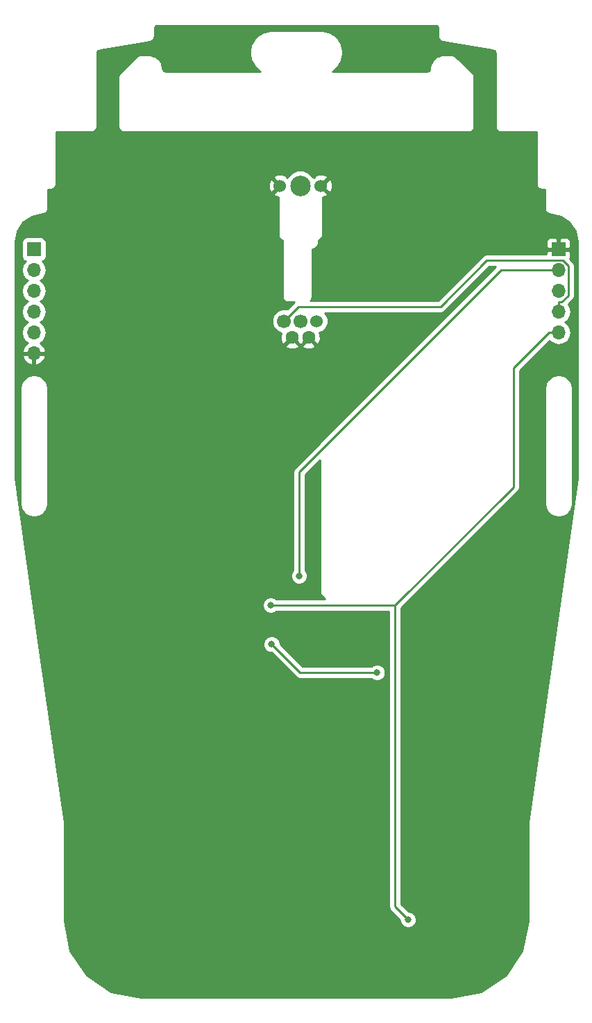
<source format=gbr>
G04 #@! TF.GenerationSoftware,KiCad,Pcbnew,(2017-07-14 revision d3b382c28)-master*
G04 #@! TF.CreationDate,2017-07-20T02:25:39-04:00*
G04 #@! TF.ProjectId,MAGLabs-2017-Swadges,4D41474C6162732D323031372D537761,rev?*
G04 #@! TF.SameCoordinates,Original
G04 #@! TF.FileFunction,Copper,L2,Bot,Signal*
G04 #@! TF.FilePolarity,Positive*
%FSLAX46Y46*%
G04 Gerber Fmt 4.6, Leading zero omitted, Abs format (unit mm)*
G04 Created by KiCad (PCBNEW (2017-07-14 revision d3b382c28)-master) date Thu Jul 20 02:25:39 2017*
%MOMM*%
%LPD*%
G01*
G04 APERTURE LIST*
%ADD10C,1.700000*%
%ADD11C,1.524000*%
%ADD12C,2.500000*%
%ADD13C,1.600000*%
%ADD14O,1.700000X1.700000*%
%ADD15R,1.700000X1.700000*%
%ADD16C,0.800000*%
%ADD17C,0.250000*%
%ADD18C,0.254000*%
G04 APERTURE END LIST*
D10*
X134500000Y-71750000D03*
X136500000Y-71750000D03*
D11*
X138500000Y-71750000D03*
X139000000Y-55250000D03*
X134000000Y-55250000D03*
D12*
X136500000Y-55250000D03*
D13*
X135500000Y-73750000D03*
X137500000Y-73750000D03*
D14*
X104000000Y-75700000D03*
X104000000Y-73160000D03*
X104000000Y-70620000D03*
X104000000Y-68080000D03*
X104000000Y-65540000D03*
D15*
X104000000Y-63000000D03*
D14*
X168000000Y-73160000D03*
X168000000Y-70620000D03*
X168000000Y-68080000D03*
X168000000Y-65540000D03*
D15*
X168000000Y-63000000D03*
D16*
X133000000Y-111174000D03*
X145852600Y-114634900D03*
X136346400Y-102836200D03*
X132878100Y-106414900D03*
X149650000Y-144783700D03*
D17*
X168367400Y-69444700D02*
X168000000Y-69444700D01*
X169175300Y-68636800D02*
X168367400Y-69444700D01*
X169175300Y-65028700D02*
X169175300Y-68636800D01*
X168511200Y-64364600D02*
X169175300Y-65028700D01*
X159246900Y-64364600D02*
X168511200Y-64364600D01*
X153587500Y-70024000D02*
X159246900Y-64364600D01*
X136226000Y-70024000D02*
X153587500Y-70024000D01*
X134500000Y-71750000D02*
X136226000Y-70024000D01*
X168000000Y-70620000D02*
X168000000Y-69444700D01*
X136460900Y-114634900D02*
X145852600Y-114634900D01*
X133000000Y-111174000D02*
X136460900Y-114634900D01*
X136346400Y-90181500D02*
X136346400Y-102836200D01*
X160987900Y-65540000D02*
X136346400Y-90181500D01*
X168000000Y-65540000D02*
X160987900Y-65540000D01*
X168000000Y-73160000D02*
X166824700Y-73160000D01*
X148059100Y-143192800D02*
X149650000Y-144783700D01*
X148059100Y-106414900D02*
X148059100Y-143192800D01*
X132878100Y-106414900D02*
X148059100Y-106414900D01*
X162485300Y-77499400D02*
X166824700Y-73160000D01*
X162485300Y-91988700D02*
X162485300Y-77499400D01*
X148059100Y-106414900D02*
X162485300Y-91988700D01*
D18*
G36*
X153105655Y-35744926D02*
X153195225Y-35804774D01*
X153255074Y-35894345D01*
X153290000Y-36069930D01*
X153290000Y-37000000D01*
X153305780Y-37079329D01*
X153308303Y-37160170D01*
X153332547Y-37213895D01*
X153344046Y-37271705D01*
X153388980Y-37338955D01*
X153422249Y-37412679D01*
X153465207Y-37453036D01*
X153497954Y-37502046D01*
X153565208Y-37546983D01*
X153624154Y-37602361D01*
X153679286Y-37623207D01*
X153728295Y-37655954D01*
X153807621Y-37671733D01*
X153883277Y-37700340D01*
X159872352Y-38698519D01*
X160105655Y-38744926D01*
X160195225Y-38804774D01*
X160255074Y-38894345D01*
X160290000Y-39069930D01*
X160290000Y-48000000D01*
X160344046Y-48271705D01*
X160497954Y-48502046D01*
X160728295Y-48655954D01*
X161000000Y-48710000D01*
X165290000Y-48710000D01*
X165290000Y-55000000D01*
X165344046Y-55271705D01*
X165497954Y-55502046D01*
X165728295Y-55655954D01*
X166000000Y-55710000D01*
X166290000Y-55710000D01*
X166290000Y-58000000D01*
X166303643Y-58068586D01*
X166303643Y-58138514D01*
X166330404Y-58203120D01*
X166344046Y-58271705D01*
X166382894Y-58329846D01*
X166409656Y-58394455D01*
X166459104Y-58443903D01*
X166497954Y-58502046D01*
X166556098Y-58540897D01*
X166605545Y-58590343D01*
X166670152Y-58617104D01*
X166728295Y-58655954D01*
X166796877Y-58669596D01*
X166861486Y-58696358D01*
X168253707Y-58973288D01*
X169316546Y-59683454D01*
X170026712Y-60746295D01*
X170290000Y-62069931D01*
X170290000Y-90949543D01*
X164297136Y-132899591D01*
X164299897Y-132950245D01*
X164290000Y-133000000D01*
X164290000Y-144930069D01*
X163569989Y-148549807D01*
X161559187Y-151559186D01*
X158549805Y-153569990D01*
X154930069Y-154290000D01*
X117069931Y-154290000D01*
X113450193Y-153569989D01*
X110440814Y-151559187D01*
X108430010Y-148549805D01*
X107710000Y-144930069D01*
X107710000Y-133000000D01*
X107700103Y-132950245D01*
X107702864Y-132899591D01*
X104628491Y-111378971D01*
X131964821Y-111378971D01*
X132122058Y-111759515D01*
X132412954Y-112050919D01*
X132793223Y-112208820D01*
X132960164Y-112208966D01*
X135923499Y-115172301D01*
X136170061Y-115337048D01*
X136460900Y-115394900D01*
X145148839Y-115394900D01*
X145265554Y-115511819D01*
X145645823Y-115669720D01*
X146057571Y-115670079D01*
X146438115Y-115512842D01*
X146729519Y-115221946D01*
X146887420Y-114841677D01*
X146887779Y-114429929D01*
X146730542Y-114049385D01*
X146439646Y-113757981D01*
X146059377Y-113600080D01*
X145647629Y-113599721D01*
X145267085Y-113756958D01*
X145148937Y-113874900D01*
X136775702Y-113874900D01*
X134035035Y-111134233D01*
X134035179Y-110969029D01*
X133877942Y-110588485D01*
X133587046Y-110297081D01*
X133206777Y-110139180D01*
X132795029Y-110138821D01*
X132414485Y-110296058D01*
X132123081Y-110586954D01*
X131965180Y-110967223D01*
X131964821Y-111378971D01*
X104628491Y-111378971D01*
X103948619Y-106619871D01*
X131842921Y-106619871D01*
X132000158Y-107000415D01*
X132291054Y-107291819D01*
X132671323Y-107449720D01*
X133083071Y-107450079D01*
X133463615Y-107292842D01*
X133581763Y-107174900D01*
X147299100Y-107174900D01*
X147299100Y-143192800D01*
X147356952Y-143483639D01*
X147521699Y-143730201D01*
X148614965Y-144823467D01*
X148614821Y-144988671D01*
X148772058Y-145369215D01*
X149062954Y-145660619D01*
X149443223Y-145818520D01*
X149854971Y-145818879D01*
X150235515Y-145661642D01*
X150526919Y-145370746D01*
X150684820Y-144990477D01*
X150685179Y-144578729D01*
X150527942Y-144198185D01*
X150237046Y-143906781D01*
X149856777Y-143748880D01*
X149689836Y-143748734D01*
X148819100Y-142877998D01*
X148819100Y-106729702D01*
X163022701Y-92526101D01*
X163187448Y-92279539D01*
X163245300Y-91988700D01*
X163245300Y-80000000D01*
X166290000Y-80000000D01*
X166290000Y-94000000D01*
X166303642Y-94068584D01*
X166303642Y-94138513D01*
X166379762Y-94521196D01*
X166399395Y-94568593D01*
X166485776Y-94777138D01*
X166702549Y-95101561D01*
X166702550Y-95101562D01*
X166898438Y-95297451D01*
X167222862Y-95514223D01*
X167328877Y-95558136D01*
X167478804Y-95620238D01*
X167861486Y-95696358D01*
X168138513Y-95696358D01*
X168521196Y-95620238D01*
X168596160Y-95589187D01*
X168777138Y-95514224D01*
X169101561Y-95297451D01*
X169101562Y-95297450D01*
X169297451Y-95101562D01*
X169514223Y-94777138D01*
X169564419Y-94655954D01*
X169620238Y-94521196D01*
X169696358Y-94138514D01*
X169696358Y-94068584D01*
X169710000Y-94000000D01*
X169710000Y-80000000D01*
X169696358Y-79931416D01*
X169696358Y-79861486D01*
X169620238Y-79478804D01*
X169514223Y-79222863D01*
X169514223Y-79222862D01*
X169297451Y-78898438D01*
X169101562Y-78702550D01*
X169101561Y-78702549D01*
X168777138Y-78485776D01*
X168593368Y-78409657D01*
X168521196Y-78379762D01*
X168138513Y-78303642D01*
X167861486Y-78303642D01*
X167478804Y-78379762D01*
X167406632Y-78409657D01*
X167222862Y-78485777D01*
X166898438Y-78702549D01*
X166739501Y-78861487D01*
X166702549Y-78898439D01*
X166485776Y-79222862D01*
X166435581Y-79344046D01*
X166379762Y-79478804D01*
X166303642Y-79861487D01*
X166303642Y-79931416D01*
X166290000Y-80000000D01*
X163245300Y-80000000D01*
X163245300Y-77814202D01*
X166892252Y-74167250D01*
X166920853Y-74210054D01*
X167402622Y-74531961D01*
X167970907Y-74645000D01*
X168029093Y-74645000D01*
X168597378Y-74531961D01*
X169079147Y-74210054D01*
X169401054Y-73728285D01*
X169514093Y-73160000D01*
X169401054Y-72591715D01*
X169079147Y-72109946D01*
X168749974Y-71890000D01*
X169079147Y-71670054D01*
X169401054Y-71188285D01*
X169514093Y-70620000D01*
X169401054Y-70051715D01*
X169174400Y-69712502D01*
X169712701Y-69174201D01*
X169877448Y-68927639D01*
X169935300Y-68636800D01*
X169935300Y-65028700D01*
X169877448Y-64737861D01*
X169877448Y-64737860D01*
X169712701Y-64491299D01*
X169400855Y-64179453D01*
X169485000Y-63976310D01*
X169485000Y-63285750D01*
X169326250Y-63127000D01*
X168127000Y-63127000D01*
X168127000Y-63147000D01*
X167873000Y-63147000D01*
X167873000Y-63127000D01*
X166673750Y-63127000D01*
X166515000Y-63285750D01*
X166515000Y-63604600D01*
X159246900Y-63604600D01*
X158956060Y-63662452D01*
X158709499Y-63827199D01*
X153272698Y-69264000D01*
X137734155Y-69264000D01*
X137752046Y-69252046D01*
X137905954Y-69021705D01*
X137960000Y-68750000D01*
X137960000Y-62960000D01*
X138000000Y-62960000D01*
X138271705Y-62905954D01*
X138502046Y-62752046D01*
X138655954Y-62521705D01*
X138710000Y-62250000D01*
X138710000Y-62023690D01*
X166515000Y-62023690D01*
X166515000Y-62714250D01*
X166673750Y-62873000D01*
X167873000Y-62873000D01*
X167873000Y-61673750D01*
X168127000Y-61673750D01*
X168127000Y-62873000D01*
X169326250Y-62873000D01*
X169485000Y-62714250D01*
X169485000Y-62023690D01*
X169388327Y-61790301D01*
X169209698Y-61611673D01*
X168976309Y-61515000D01*
X168285750Y-61515000D01*
X168127000Y-61673750D01*
X167873000Y-61673750D01*
X167714250Y-61515000D01*
X167023691Y-61515000D01*
X166790302Y-61611673D01*
X166611673Y-61790301D01*
X166515000Y-62023690D01*
X138710000Y-62023690D01*
X138710000Y-61918228D01*
X138771705Y-61905954D01*
X139002046Y-61752046D01*
X139155954Y-61521705D01*
X139210000Y-61250000D01*
X139210000Y-56638238D01*
X139347368Y-56631362D01*
X139731143Y-56472397D01*
X139800608Y-56230213D01*
X139000000Y-55429605D01*
X138985858Y-55443748D01*
X138806253Y-55264143D01*
X138820395Y-55250000D01*
X139179605Y-55250000D01*
X139980213Y-56050608D01*
X140222397Y-55981143D01*
X140409144Y-55457698D01*
X140381362Y-54902632D01*
X140222397Y-54518857D01*
X139980213Y-54449392D01*
X139179605Y-55250000D01*
X138820395Y-55250000D01*
X138806253Y-55235858D01*
X138985858Y-55056253D01*
X139000000Y-55070395D01*
X139800608Y-54269787D01*
X139731143Y-54027603D01*
X139207698Y-53840856D01*
X138652632Y-53868638D01*
X138268857Y-54027603D01*
X138199393Y-54269785D01*
X138084382Y-54154774D01*
X138077261Y-54161895D01*
X137569161Y-53652907D01*
X136876595Y-53365328D01*
X136126695Y-53364674D01*
X135433628Y-53651043D01*
X134922312Y-54161468D01*
X134915618Y-54154774D01*
X134800607Y-54269785D01*
X134731143Y-54027603D01*
X134207698Y-53840856D01*
X133652632Y-53868638D01*
X133268857Y-54027603D01*
X133199392Y-54269787D01*
X134000000Y-55070395D01*
X134014143Y-55056253D01*
X134193748Y-55235858D01*
X134179605Y-55250000D01*
X134193748Y-55264143D01*
X134014143Y-55443748D01*
X134000000Y-55429605D01*
X133199392Y-56230213D01*
X133268857Y-56472397D01*
X133790000Y-56658323D01*
X133790000Y-61250000D01*
X133844046Y-61521705D01*
X133997954Y-61752046D01*
X134228295Y-61905954D01*
X134290000Y-61918228D01*
X134290000Y-68750000D01*
X134344046Y-69021705D01*
X134497954Y-69252046D01*
X134728295Y-69405954D01*
X135000000Y-69460000D01*
X135728407Y-69460000D01*
X135688599Y-69486599D01*
X134876709Y-70298489D01*
X134796681Y-70265258D01*
X134205911Y-70264743D01*
X133659914Y-70490344D01*
X133241812Y-70907717D01*
X133015258Y-71453319D01*
X133014743Y-72044089D01*
X133240344Y-72590086D01*
X133657717Y-73008188D01*
X134165905Y-73219206D01*
X134053035Y-73533223D01*
X134080222Y-74103454D01*
X134246136Y-74504005D01*
X134492255Y-74578139D01*
X135320395Y-73750000D01*
X135306253Y-73735858D01*
X135485858Y-73556253D01*
X135500000Y-73570395D01*
X135514143Y-73556253D01*
X135693748Y-73735858D01*
X135679605Y-73750000D01*
X136113571Y-74183966D01*
X136246136Y-74504005D01*
X136492255Y-74578139D01*
X136500000Y-74570394D01*
X136507745Y-74578139D01*
X136753864Y-74504005D01*
X136859062Y-74211332D01*
X137320395Y-73750000D01*
X137306253Y-73735858D01*
X137485858Y-73556252D01*
X137500000Y-73570395D01*
X137514142Y-73556252D01*
X137693748Y-73735858D01*
X137679605Y-73750000D01*
X138507745Y-74578139D01*
X138753864Y-74504005D01*
X138946965Y-73966777D01*
X138919778Y-73396546D01*
X138810689Y-73133182D01*
X139290303Y-72935010D01*
X139683629Y-72542370D01*
X139896757Y-72029100D01*
X139897242Y-71473339D01*
X139685010Y-70959697D01*
X139509619Y-70784000D01*
X153587500Y-70784000D01*
X153878339Y-70726148D01*
X154124901Y-70561401D01*
X159561702Y-65124600D01*
X160328497Y-65124600D01*
X135808999Y-89644099D01*
X135644252Y-89890661D01*
X135586400Y-90181500D01*
X135586400Y-102132439D01*
X135469481Y-102249154D01*
X135311580Y-102629423D01*
X135311221Y-103041171D01*
X135468458Y-103421715D01*
X135759354Y-103713119D01*
X136139623Y-103871020D01*
X136551371Y-103871379D01*
X136931915Y-103714142D01*
X137223319Y-103423246D01*
X137381220Y-103042977D01*
X137381579Y-102631229D01*
X137224342Y-102250685D01*
X137106400Y-102132537D01*
X137106400Y-90496302D01*
X138873000Y-88729702D01*
X138873000Y-105000000D01*
X138882667Y-105048601D01*
X138910197Y-105089803D01*
X139475294Y-105654900D01*
X133581861Y-105654900D01*
X133465146Y-105537981D01*
X133084877Y-105380080D01*
X132673129Y-105379721D01*
X132292585Y-105536958D01*
X132001181Y-105827854D01*
X131843280Y-106208123D01*
X131842921Y-106619871D01*
X103948619Y-106619871D01*
X101710000Y-90949543D01*
X101710000Y-80000000D01*
X102290000Y-80000000D01*
X102290000Y-94000000D01*
X102303642Y-94068584D01*
X102303642Y-94138513D01*
X102379762Y-94521196D01*
X102399395Y-94568593D01*
X102485776Y-94777138D01*
X102702549Y-95101561D01*
X102702550Y-95101562D01*
X102898438Y-95297451D01*
X103222862Y-95514223D01*
X103328877Y-95558136D01*
X103478804Y-95620238D01*
X103861486Y-95696358D01*
X104138513Y-95696358D01*
X104521196Y-95620238D01*
X104596160Y-95589187D01*
X104777138Y-95514224D01*
X105101561Y-95297451D01*
X105101562Y-95297450D01*
X105297451Y-95101562D01*
X105514223Y-94777138D01*
X105564419Y-94655954D01*
X105620238Y-94521196D01*
X105696358Y-94138514D01*
X105696358Y-94068584D01*
X105710000Y-94000000D01*
X105710000Y-80000000D01*
X105696358Y-79931416D01*
X105696358Y-79861486D01*
X105620238Y-79478804D01*
X105514223Y-79222863D01*
X105514223Y-79222862D01*
X105297451Y-78898438D01*
X105101562Y-78702550D01*
X105101561Y-78702549D01*
X104777138Y-78485776D01*
X104593368Y-78409657D01*
X104521196Y-78379762D01*
X104138513Y-78303642D01*
X103861486Y-78303642D01*
X103478804Y-78379762D01*
X103406632Y-78409657D01*
X103222862Y-78485777D01*
X102898438Y-78702549D01*
X102739501Y-78861487D01*
X102702549Y-78898439D01*
X102485776Y-79222862D01*
X102435581Y-79344046D01*
X102379762Y-79478804D01*
X102303642Y-79861487D01*
X102303642Y-79931416D01*
X102290000Y-80000000D01*
X101710000Y-80000000D01*
X101710000Y-76056890D01*
X102558524Y-76056890D01*
X102728355Y-76466924D01*
X103118642Y-76895183D01*
X103643108Y-77141486D01*
X103873000Y-77020819D01*
X103873000Y-75827000D01*
X104127000Y-75827000D01*
X104127000Y-77020819D01*
X104356892Y-77141486D01*
X104881358Y-76895183D01*
X105271645Y-76466924D01*
X105441476Y-76056890D01*
X105320155Y-75827000D01*
X104127000Y-75827000D01*
X103873000Y-75827000D01*
X102679845Y-75827000D01*
X102558524Y-76056890D01*
X101710000Y-76056890D01*
X101710000Y-65540000D01*
X102485907Y-65540000D01*
X102598946Y-66108285D01*
X102920853Y-66590054D01*
X103250026Y-66810000D01*
X102920853Y-67029946D01*
X102598946Y-67511715D01*
X102485907Y-68080000D01*
X102598946Y-68648285D01*
X102920853Y-69130054D01*
X103250026Y-69350000D01*
X102920853Y-69569946D01*
X102598946Y-70051715D01*
X102485907Y-70620000D01*
X102598946Y-71188285D01*
X102920853Y-71670054D01*
X103250026Y-71890000D01*
X102920853Y-72109946D01*
X102598946Y-72591715D01*
X102485907Y-73160000D01*
X102598946Y-73728285D01*
X102920853Y-74210054D01*
X103261553Y-74437702D01*
X103118642Y-74504817D01*
X102728355Y-74933076D01*
X102558524Y-75343110D01*
X102679845Y-75573000D01*
X103873000Y-75573000D01*
X103873000Y-75553000D01*
X104127000Y-75553000D01*
X104127000Y-75573000D01*
X105320155Y-75573000D01*
X105441476Y-75343110D01*
X105271645Y-74933076D01*
X105111860Y-74757745D01*
X134671861Y-74757745D01*
X134745995Y-75003864D01*
X135283223Y-75196965D01*
X135853454Y-75169778D01*
X136254005Y-75003864D01*
X136328139Y-74757745D01*
X136671861Y-74757745D01*
X136745995Y-75003864D01*
X137283223Y-75196965D01*
X137853454Y-75169778D01*
X138254005Y-75003864D01*
X138328139Y-74757745D01*
X137500000Y-73929605D01*
X136671861Y-74757745D01*
X136328139Y-74757745D01*
X135500000Y-73929605D01*
X134671861Y-74757745D01*
X105111860Y-74757745D01*
X104881358Y-74504817D01*
X104738447Y-74437702D01*
X105079147Y-74210054D01*
X105401054Y-73728285D01*
X105514093Y-73160000D01*
X105401054Y-72591715D01*
X105079147Y-72109946D01*
X104749974Y-71890000D01*
X105079147Y-71670054D01*
X105401054Y-71188285D01*
X105514093Y-70620000D01*
X105401054Y-70051715D01*
X105079147Y-69569946D01*
X104749974Y-69350000D01*
X105079147Y-69130054D01*
X105401054Y-68648285D01*
X105514093Y-68080000D01*
X105401054Y-67511715D01*
X105079147Y-67029946D01*
X104749974Y-66810000D01*
X105079147Y-66590054D01*
X105401054Y-66108285D01*
X105514093Y-65540000D01*
X105401054Y-64971715D01*
X105079147Y-64489946D01*
X105035223Y-64460597D01*
X105097765Y-64448157D01*
X105307809Y-64307809D01*
X105448157Y-64097765D01*
X105497440Y-63850000D01*
X105497440Y-62150000D01*
X105448157Y-61902235D01*
X105307809Y-61692191D01*
X105097765Y-61551843D01*
X104850000Y-61502560D01*
X103150000Y-61502560D01*
X102902235Y-61551843D01*
X102692191Y-61692191D01*
X102551843Y-61902235D01*
X102502560Y-62150000D01*
X102502560Y-63850000D01*
X102551843Y-64097765D01*
X102692191Y-64307809D01*
X102902235Y-64448157D01*
X102964777Y-64460597D01*
X102920853Y-64489946D01*
X102598946Y-64971715D01*
X102485907Y-65540000D01*
X101710000Y-65540000D01*
X101710000Y-62069931D01*
X101973288Y-60746293D01*
X102683454Y-59683454D01*
X103746295Y-58973288D01*
X105138514Y-58696358D01*
X105203123Y-58669596D01*
X105271705Y-58655954D01*
X105329848Y-58617104D01*
X105394455Y-58590343D01*
X105443902Y-58540897D01*
X105502046Y-58502046D01*
X105540896Y-58443903D01*
X105590344Y-58394455D01*
X105617106Y-58329846D01*
X105655954Y-58271705D01*
X105669596Y-58203120D01*
X105696357Y-58138514D01*
X105696357Y-58068586D01*
X105710000Y-58000000D01*
X105710000Y-55710000D01*
X106000000Y-55710000D01*
X106271705Y-55655954D01*
X106502046Y-55502046D01*
X106655954Y-55271705D01*
X106701585Y-55042302D01*
X132590856Y-55042302D01*
X132618638Y-55597368D01*
X132777603Y-55981143D01*
X133019787Y-56050608D01*
X133820395Y-55250000D01*
X133019787Y-54449392D01*
X132777603Y-54518857D01*
X132590856Y-55042302D01*
X106701585Y-55042302D01*
X106710000Y-55000000D01*
X106710000Y-48710000D01*
X111000000Y-48710000D01*
X111271705Y-48655954D01*
X111502046Y-48502046D01*
X111655954Y-48271705D01*
X111710000Y-48000000D01*
X111710000Y-42000000D01*
X114290000Y-42000000D01*
X114290000Y-48000000D01*
X114344046Y-48271705D01*
X114497954Y-48502046D01*
X114728295Y-48655954D01*
X115000000Y-48710000D01*
X157000000Y-48710000D01*
X157271705Y-48655954D01*
X157502046Y-48502046D01*
X157655954Y-48271705D01*
X157710000Y-48000000D01*
X157710000Y-42000000D01*
X157655954Y-41728295D01*
X157502046Y-41497954D01*
X155502046Y-39497954D01*
X155271705Y-39344046D01*
X155000000Y-39290000D01*
X154000000Y-39290000D01*
X153931416Y-39303642D01*
X153861486Y-39303642D01*
X153478804Y-39379762D01*
X153406632Y-39409657D01*
X153222862Y-39485777D01*
X152898438Y-39702549D01*
X152777118Y-39823870D01*
X152702549Y-39898439D01*
X152485776Y-40222862D01*
X152430749Y-40355711D01*
X152379762Y-40478804D01*
X152303642Y-40861486D01*
X152303642Y-40861487D01*
X152255074Y-41105655D01*
X152195225Y-41195226D01*
X152105655Y-41255074D01*
X151930070Y-41290000D01*
X140381473Y-41290000D01*
X140808668Y-41004558D01*
X141004558Y-40808668D01*
X141438103Y-40159822D01*
X141504303Y-40000000D01*
X141544117Y-39903881D01*
X141696357Y-39138515D01*
X141696357Y-38861485D01*
X141544117Y-38096119D01*
X141491110Y-37968149D01*
X141438103Y-37840178D01*
X141004558Y-37191332D01*
X140808668Y-36995442D01*
X140159821Y-36561897D01*
X140005448Y-36497954D01*
X139903881Y-36455883D01*
X139138514Y-36303642D01*
X139068584Y-36303642D01*
X139000000Y-36290000D01*
X133000000Y-36290000D01*
X132931413Y-36303643D01*
X132861485Y-36303643D01*
X132096119Y-36455883D01*
X131968149Y-36508890D01*
X131840178Y-36561897D01*
X131191332Y-36995442D01*
X130995442Y-37191332D01*
X130561897Y-37840179D01*
X130528437Y-37920959D01*
X130455883Y-38096119D01*
X130303642Y-38861486D01*
X130303643Y-39000000D01*
X130303642Y-39138514D01*
X130455883Y-39903881D01*
X130469853Y-39937606D01*
X130561897Y-40159821D01*
X130995442Y-40808668D01*
X131191332Y-41004558D01*
X131618526Y-41290000D01*
X120069930Y-41290000D01*
X119894345Y-41255074D01*
X119804774Y-41195225D01*
X119744926Y-41105655D01*
X119696358Y-40861487D01*
X119696358Y-40861486D01*
X119620238Y-40478804D01*
X119558136Y-40328877D01*
X119514223Y-40222862D01*
X119297451Y-39898438D01*
X119101562Y-39702550D01*
X119101561Y-39702549D01*
X118777138Y-39485776D01*
X118593368Y-39409657D01*
X118521196Y-39379762D01*
X118138513Y-39303642D01*
X118068584Y-39303642D01*
X118000000Y-39290000D01*
X117000000Y-39290000D01*
X116728295Y-39344046D01*
X116497954Y-39497954D01*
X114497954Y-41497954D01*
X114344046Y-41728295D01*
X114290000Y-42000000D01*
X111710000Y-42000000D01*
X111710000Y-39069930D01*
X111744926Y-38894345D01*
X111804774Y-38804775D01*
X111894345Y-38744926D01*
X112127648Y-38698519D01*
X118116724Y-37700340D01*
X118192381Y-37671733D01*
X118271705Y-37655954D01*
X118320713Y-37623208D01*
X118375847Y-37602361D01*
X118434795Y-37546982D01*
X118502046Y-37502046D01*
X118534793Y-37453037D01*
X118577751Y-37412679D01*
X118611020Y-37338953D01*
X118655954Y-37271705D01*
X118667453Y-37213898D01*
X118691698Y-37160170D01*
X118694221Y-37079324D01*
X118710000Y-37000000D01*
X118710000Y-36069930D01*
X118744926Y-35894345D01*
X118804774Y-35804775D01*
X118894345Y-35744926D01*
X119069930Y-35710000D01*
X152930070Y-35710000D01*
X153105655Y-35744926D01*
X153105655Y-35744926D01*
G37*
X153105655Y-35744926D02*
X153195225Y-35804774D01*
X153255074Y-35894345D01*
X153290000Y-36069930D01*
X153290000Y-37000000D01*
X153305780Y-37079329D01*
X153308303Y-37160170D01*
X153332547Y-37213895D01*
X153344046Y-37271705D01*
X153388980Y-37338955D01*
X153422249Y-37412679D01*
X153465207Y-37453036D01*
X153497954Y-37502046D01*
X153565208Y-37546983D01*
X153624154Y-37602361D01*
X153679286Y-37623207D01*
X153728295Y-37655954D01*
X153807621Y-37671733D01*
X153883277Y-37700340D01*
X159872352Y-38698519D01*
X160105655Y-38744926D01*
X160195225Y-38804774D01*
X160255074Y-38894345D01*
X160290000Y-39069930D01*
X160290000Y-48000000D01*
X160344046Y-48271705D01*
X160497954Y-48502046D01*
X160728295Y-48655954D01*
X161000000Y-48710000D01*
X165290000Y-48710000D01*
X165290000Y-55000000D01*
X165344046Y-55271705D01*
X165497954Y-55502046D01*
X165728295Y-55655954D01*
X166000000Y-55710000D01*
X166290000Y-55710000D01*
X166290000Y-58000000D01*
X166303643Y-58068586D01*
X166303643Y-58138514D01*
X166330404Y-58203120D01*
X166344046Y-58271705D01*
X166382894Y-58329846D01*
X166409656Y-58394455D01*
X166459104Y-58443903D01*
X166497954Y-58502046D01*
X166556098Y-58540897D01*
X166605545Y-58590343D01*
X166670152Y-58617104D01*
X166728295Y-58655954D01*
X166796877Y-58669596D01*
X166861486Y-58696358D01*
X168253707Y-58973288D01*
X169316546Y-59683454D01*
X170026712Y-60746295D01*
X170290000Y-62069931D01*
X170290000Y-90949543D01*
X164297136Y-132899591D01*
X164299897Y-132950245D01*
X164290000Y-133000000D01*
X164290000Y-144930069D01*
X163569989Y-148549807D01*
X161559187Y-151559186D01*
X158549805Y-153569990D01*
X154930069Y-154290000D01*
X117069931Y-154290000D01*
X113450193Y-153569989D01*
X110440814Y-151559187D01*
X108430010Y-148549805D01*
X107710000Y-144930069D01*
X107710000Y-133000000D01*
X107700103Y-132950245D01*
X107702864Y-132899591D01*
X104628491Y-111378971D01*
X131964821Y-111378971D01*
X132122058Y-111759515D01*
X132412954Y-112050919D01*
X132793223Y-112208820D01*
X132960164Y-112208966D01*
X135923499Y-115172301D01*
X136170061Y-115337048D01*
X136460900Y-115394900D01*
X145148839Y-115394900D01*
X145265554Y-115511819D01*
X145645823Y-115669720D01*
X146057571Y-115670079D01*
X146438115Y-115512842D01*
X146729519Y-115221946D01*
X146887420Y-114841677D01*
X146887779Y-114429929D01*
X146730542Y-114049385D01*
X146439646Y-113757981D01*
X146059377Y-113600080D01*
X145647629Y-113599721D01*
X145267085Y-113756958D01*
X145148937Y-113874900D01*
X136775702Y-113874900D01*
X134035035Y-111134233D01*
X134035179Y-110969029D01*
X133877942Y-110588485D01*
X133587046Y-110297081D01*
X133206777Y-110139180D01*
X132795029Y-110138821D01*
X132414485Y-110296058D01*
X132123081Y-110586954D01*
X131965180Y-110967223D01*
X131964821Y-111378971D01*
X104628491Y-111378971D01*
X103948619Y-106619871D01*
X131842921Y-106619871D01*
X132000158Y-107000415D01*
X132291054Y-107291819D01*
X132671323Y-107449720D01*
X133083071Y-107450079D01*
X133463615Y-107292842D01*
X133581763Y-107174900D01*
X147299100Y-107174900D01*
X147299100Y-143192800D01*
X147356952Y-143483639D01*
X147521699Y-143730201D01*
X148614965Y-144823467D01*
X148614821Y-144988671D01*
X148772058Y-145369215D01*
X149062954Y-145660619D01*
X149443223Y-145818520D01*
X149854971Y-145818879D01*
X150235515Y-145661642D01*
X150526919Y-145370746D01*
X150684820Y-144990477D01*
X150685179Y-144578729D01*
X150527942Y-144198185D01*
X150237046Y-143906781D01*
X149856777Y-143748880D01*
X149689836Y-143748734D01*
X148819100Y-142877998D01*
X148819100Y-106729702D01*
X163022701Y-92526101D01*
X163187448Y-92279539D01*
X163245300Y-91988700D01*
X163245300Y-80000000D01*
X166290000Y-80000000D01*
X166290000Y-94000000D01*
X166303642Y-94068584D01*
X166303642Y-94138513D01*
X166379762Y-94521196D01*
X166399395Y-94568593D01*
X166485776Y-94777138D01*
X166702549Y-95101561D01*
X166702550Y-95101562D01*
X166898438Y-95297451D01*
X167222862Y-95514223D01*
X167328877Y-95558136D01*
X167478804Y-95620238D01*
X167861486Y-95696358D01*
X168138513Y-95696358D01*
X168521196Y-95620238D01*
X168596160Y-95589187D01*
X168777138Y-95514224D01*
X169101561Y-95297451D01*
X169101562Y-95297450D01*
X169297451Y-95101562D01*
X169514223Y-94777138D01*
X169564419Y-94655954D01*
X169620238Y-94521196D01*
X169696358Y-94138514D01*
X169696358Y-94068584D01*
X169710000Y-94000000D01*
X169710000Y-80000000D01*
X169696358Y-79931416D01*
X169696358Y-79861486D01*
X169620238Y-79478804D01*
X169514223Y-79222863D01*
X169514223Y-79222862D01*
X169297451Y-78898438D01*
X169101562Y-78702550D01*
X169101561Y-78702549D01*
X168777138Y-78485776D01*
X168593368Y-78409657D01*
X168521196Y-78379762D01*
X168138513Y-78303642D01*
X167861486Y-78303642D01*
X167478804Y-78379762D01*
X167406632Y-78409657D01*
X167222862Y-78485777D01*
X166898438Y-78702549D01*
X166739501Y-78861487D01*
X166702549Y-78898439D01*
X166485776Y-79222862D01*
X166435581Y-79344046D01*
X166379762Y-79478804D01*
X166303642Y-79861487D01*
X166303642Y-79931416D01*
X166290000Y-80000000D01*
X163245300Y-80000000D01*
X163245300Y-77814202D01*
X166892252Y-74167250D01*
X166920853Y-74210054D01*
X167402622Y-74531961D01*
X167970907Y-74645000D01*
X168029093Y-74645000D01*
X168597378Y-74531961D01*
X169079147Y-74210054D01*
X169401054Y-73728285D01*
X169514093Y-73160000D01*
X169401054Y-72591715D01*
X169079147Y-72109946D01*
X168749974Y-71890000D01*
X169079147Y-71670054D01*
X169401054Y-71188285D01*
X169514093Y-70620000D01*
X169401054Y-70051715D01*
X169174400Y-69712502D01*
X169712701Y-69174201D01*
X169877448Y-68927639D01*
X169935300Y-68636800D01*
X169935300Y-65028700D01*
X169877448Y-64737861D01*
X169877448Y-64737860D01*
X169712701Y-64491299D01*
X169400855Y-64179453D01*
X169485000Y-63976310D01*
X169485000Y-63285750D01*
X169326250Y-63127000D01*
X168127000Y-63127000D01*
X168127000Y-63147000D01*
X167873000Y-63147000D01*
X167873000Y-63127000D01*
X166673750Y-63127000D01*
X166515000Y-63285750D01*
X166515000Y-63604600D01*
X159246900Y-63604600D01*
X158956060Y-63662452D01*
X158709499Y-63827199D01*
X153272698Y-69264000D01*
X137734155Y-69264000D01*
X137752046Y-69252046D01*
X137905954Y-69021705D01*
X137960000Y-68750000D01*
X137960000Y-62960000D01*
X138000000Y-62960000D01*
X138271705Y-62905954D01*
X138502046Y-62752046D01*
X138655954Y-62521705D01*
X138710000Y-62250000D01*
X138710000Y-62023690D01*
X166515000Y-62023690D01*
X166515000Y-62714250D01*
X166673750Y-62873000D01*
X167873000Y-62873000D01*
X167873000Y-61673750D01*
X168127000Y-61673750D01*
X168127000Y-62873000D01*
X169326250Y-62873000D01*
X169485000Y-62714250D01*
X169485000Y-62023690D01*
X169388327Y-61790301D01*
X169209698Y-61611673D01*
X168976309Y-61515000D01*
X168285750Y-61515000D01*
X168127000Y-61673750D01*
X167873000Y-61673750D01*
X167714250Y-61515000D01*
X167023691Y-61515000D01*
X166790302Y-61611673D01*
X166611673Y-61790301D01*
X166515000Y-62023690D01*
X138710000Y-62023690D01*
X138710000Y-61918228D01*
X138771705Y-61905954D01*
X139002046Y-61752046D01*
X139155954Y-61521705D01*
X139210000Y-61250000D01*
X139210000Y-56638238D01*
X139347368Y-56631362D01*
X139731143Y-56472397D01*
X139800608Y-56230213D01*
X139000000Y-55429605D01*
X138985858Y-55443748D01*
X138806253Y-55264143D01*
X138820395Y-55250000D01*
X139179605Y-55250000D01*
X139980213Y-56050608D01*
X140222397Y-55981143D01*
X140409144Y-55457698D01*
X140381362Y-54902632D01*
X140222397Y-54518857D01*
X139980213Y-54449392D01*
X139179605Y-55250000D01*
X138820395Y-55250000D01*
X138806253Y-55235858D01*
X138985858Y-55056253D01*
X139000000Y-55070395D01*
X139800608Y-54269787D01*
X139731143Y-54027603D01*
X139207698Y-53840856D01*
X138652632Y-53868638D01*
X138268857Y-54027603D01*
X138199393Y-54269785D01*
X138084382Y-54154774D01*
X138077261Y-54161895D01*
X137569161Y-53652907D01*
X136876595Y-53365328D01*
X136126695Y-53364674D01*
X135433628Y-53651043D01*
X134922312Y-54161468D01*
X134915618Y-54154774D01*
X134800607Y-54269785D01*
X134731143Y-54027603D01*
X134207698Y-53840856D01*
X133652632Y-53868638D01*
X133268857Y-54027603D01*
X133199392Y-54269787D01*
X134000000Y-55070395D01*
X134014143Y-55056253D01*
X134193748Y-55235858D01*
X134179605Y-55250000D01*
X134193748Y-55264143D01*
X134014143Y-55443748D01*
X134000000Y-55429605D01*
X133199392Y-56230213D01*
X133268857Y-56472397D01*
X133790000Y-56658323D01*
X133790000Y-61250000D01*
X133844046Y-61521705D01*
X133997954Y-61752046D01*
X134228295Y-61905954D01*
X134290000Y-61918228D01*
X134290000Y-68750000D01*
X134344046Y-69021705D01*
X134497954Y-69252046D01*
X134728295Y-69405954D01*
X135000000Y-69460000D01*
X135728407Y-69460000D01*
X135688599Y-69486599D01*
X134876709Y-70298489D01*
X134796681Y-70265258D01*
X134205911Y-70264743D01*
X133659914Y-70490344D01*
X133241812Y-70907717D01*
X133015258Y-71453319D01*
X133014743Y-72044089D01*
X133240344Y-72590086D01*
X133657717Y-73008188D01*
X134165905Y-73219206D01*
X134053035Y-73533223D01*
X134080222Y-74103454D01*
X134246136Y-74504005D01*
X134492255Y-74578139D01*
X135320395Y-73750000D01*
X135306253Y-73735858D01*
X135485858Y-73556253D01*
X135500000Y-73570395D01*
X135514143Y-73556253D01*
X135693748Y-73735858D01*
X135679605Y-73750000D01*
X136113571Y-74183966D01*
X136246136Y-74504005D01*
X136492255Y-74578139D01*
X136500000Y-74570394D01*
X136507745Y-74578139D01*
X136753864Y-74504005D01*
X136859062Y-74211332D01*
X137320395Y-73750000D01*
X137306253Y-73735858D01*
X137485858Y-73556252D01*
X137500000Y-73570395D01*
X137514142Y-73556252D01*
X137693748Y-73735858D01*
X137679605Y-73750000D01*
X138507745Y-74578139D01*
X138753864Y-74504005D01*
X138946965Y-73966777D01*
X138919778Y-73396546D01*
X138810689Y-73133182D01*
X139290303Y-72935010D01*
X139683629Y-72542370D01*
X139896757Y-72029100D01*
X139897242Y-71473339D01*
X139685010Y-70959697D01*
X139509619Y-70784000D01*
X153587500Y-70784000D01*
X153878339Y-70726148D01*
X154124901Y-70561401D01*
X159561702Y-65124600D01*
X160328497Y-65124600D01*
X135808999Y-89644099D01*
X135644252Y-89890661D01*
X135586400Y-90181500D01*
X135586400Y-102132439D01*
X135469481Y-102249154D01*
X135311580Y-102629423D01*
X135311221Y-103041171D01*
X135468458Y-103421715D01*
X135759354Y-103713119D01*
X136139623Y-103871020D01*
X136551371Y-103871379D01*
X136931915Y-103714142D01*
X137223319Y-103423246D01*
X137381220Y-103042977D01*
X137381579Y-102631229D01*
X137224342Y-102250685D01*
X137106400Y-102132537D01*
X137106400Y-90496302D01*
X138873000Y-88729702D01*
X138873000Y-105000000D01*
X138882667Y-105048601D01*
X138910197Y-105089803D01*
X139475294Y-105654900D01*
X133581861Y-105654900D01*
X133465146Y-105537981D01*
X133084877Y-105380080D01*
X132673129Y-105379721D01*
X132292585Y-105536958D01*
X132001181Y-105827854D01*
X131843280Y-106208123D01*
X131842921Y-106619871D01*
X103948619Y-106619871D01*
X101710000Y-90949543D01*
X101710000Y-80000000D01*
X102290000Y-80000000D01*
X102290000Y-94000000D01*
X102303642Y-94068584D01*
X102303642Y-94138513D01*
X102379762Y-94521196D01*
X102399395Y-94568593D01*
X102485776Y-94777138D01*
X102702549Y-95101561D01*
X102702550Y-95101562D01*
X102898438Y-95297451D01*
X103222862Y-95514223D01*
X103328877Y-95558136D01*
X103478804Y-95620238D01*
X103861486Y-95696358D01*
X104138513Y-95696358D01*
X104521196Y-95620238D01*
X104596160Y-95589187D01*
X104777138Y-95514224D01*
X105101561Y-95297451D01*
X105101562Y-95297450D01*
X105297451Y-95101562D01*
X105514223Y-94777138D01*
X105564419Y-94655954D01*
X105620238Y-94521196D01*
X105696358Y-94138514D01*
X105696358Y-94068584D01*
X105710000Y-94000000D01*
X105710000Y-80000000D01*
X105696358Y-79931416D01*
X105696358Y-79861486D01*
X105620238Y-79478804D01*
X105514223Y-79222863D01*
X105514223Y-79222862D01*
X105297451Y-78898438D01*
X105101562Y-78702550D01*
X105101561Y-78702549D01*
X104777138Y-78485776D01*
X104593368Y-78409657D01*
X104521196Y-78379762D01*
X104138513Y-78303642D01*
X103861486Y-78303642D01*
X103478804Y-78379762D01*
X103406632Y-78409657D01*
X103222862Y-78485777D01*
X102898438Y-78702549D01*
X102739501Y-78861487D01*
X102702549Y-78898439D01*
X102485776Y-79222862D01*
X102435581Y-79344046D01*
X102379762Y-79478804D01*
X102303642Y-79861487D01*
X102303642Y-79931416D01*
X102290000Y-80000000D01*
X101710000Y-80000000D01*
X101710000Y-76056890D01*
X102558524Y-76056890D01*
X102728355Y-76466924D01*
X103118642Y-76895183D01*
X103643108Y-77141486D01*
X103873000Y-77020819D01*
X103873000Y-75827000D01*
X104127000Y-75827000D01*
X104127000Y-77020819D01*
X104356892Y-77141486D01*
X104881358Y-76895183D01*
X105271645Y-76466924D01*
X105441476Y-76056890D01*
X105320155Y-75827000D01*
X104127000Y-75827000D01*
X103873000Y-75827000D01*
X102679845Y-75827000D01*
X102558524Y-76056890D01*
X101710000Y-76056890D01*
X101710000Y-65540000D01*
X102485907Y-65540000D01*
X102598946Y-66108285D01*
X102920853Y-66590054D01*
X103250026Y-66810000D01*
X102920853Y-67029946D01*
X102598946Y-67511715D01*
X102485907Y-68080000D01*
X102598946Y-68648285D01*
X102920853Y-69130054D01*
X103250026Y-69350000D01*
X102920853Y-69569946D01*
X102598946Y-70051715D01*
X102485907Y-70620000D01*
X102598946Y-71188285D01*
X102920853Y-71670054D01*
X103250026Y-71890000D01*
X102920853Y-72109946D01*
X102598946Y-72591715D01*
X102485907Y-73160000D01*
X102598946Y-73728285D01*
X102920853Y-74210054D01*
X103261553Y-74437702D01*
X103118642Y-74504817D01*
X102728355Y-74933076D01*
X102558524Y-75343110D01*
X102679845Y-75573000D01*
X103873000Y-75573000D01*
X103873000Y-75553000D01*
X104127000Y-75553000D01*
X104127000Y-75573000D01*
X105320155Y-75573000D01*
X105441476Y-75343110D01*
X105271645Y-74933076D01*
X105111860Y-74757745D01*
X134671861Y-74757745D01*
X134745995Y-75003864D01*
X135283223Y-75196965D01*
X135853454Y-75169778D01*
X136254005Y-75003864D01*
X136328139Y-74757745D01*
X136671861Y-74757745D01*
X136745995Y-75003864D01*
X137283223Y-75196965D01*
X137853454Y-75169778D01*
X138254005Y-75003864D01*
X138328139Y-74757745D01*
X137500000Y-73929605D01*
X136671861Y-74757745D01*
X136328139Y-74757745D01*
X135500000Y-73929605D01*
X134671861Y-74757745D01*
X105111860Y-74757745D01*
X104881358Y-74504817D01*
X104738447Y-74437702D01*
X105079147Y-74210054D01*
X105401054Y-73728285D01*
X105514093Y-73160000D01*
X105401054Y-72591715D01*
X105079147Y-72109946D01*
X104749974Y-71890000D01*
X105079147Y-71670054D01*
X105401054Y-71188285D01*
X105514093Y-70620000D01*
X105401054Y-70051715D01*
X105079147Y-69569946D01*
X104749974Y-69350000D01*
X105079147Y-69130054D01*
X105401054Y-68648285D01*
X105514093Y-68080000D01*
X105401054Y-67511715D01*
X105079147Y-67029946D01*
X104749974Y-66810000D01*
X105079147Y-66590054D01*
X105401054Y-66108285D01*
X105514093Y-65540000D01*
X105401054Y-64971715D01*
X105079147Y-64489946D01*
X105035223Y-64460597D01*
X105097765Y-64448157D01*
X105307809Y-64307809D01*
X105448157Y-64097765D01*
X105497440Y-63850000D01*
X105497440Y-62150000D01*
X105448157Y-61902235D01*
X105307809Y-61692191D01*
X105097765Y-61551843D01*
X104850000Y-61502560D01*
X103150000Y-61502560D01*
X102902235Y-61551843D01*
X102692191Y-61692191D01*
X102551843Y-61902235D01*
X102502560Y-62150000D01*
X102502560Y-63850000D01*
X102551843Y-64097765D01*
X102692191Y-64307809D01*
X102902235Y-64448157D01*
X102964777Y-64460597D01*
X102920853Y-64489946D01*
X102598946Y-64971715D01*
X102485907Y-65540000D01*
X101710000Y-65540000D01*
X101710000Y-62069931D01*
X101973288Y-60746293D01*
X102683454Y-59683454D01*
X103746295Y-58973288D01*
X105138514Y-58696358D01*
X105203123Y-58669596D01*
X105271705Y-58655954D01*
X105329848Y-58617104D01*
X105394455Y-58590343D01*
X105443902Y-58540897D01*
X105502046Y-58502046D01*
X105540896Y-58443903D01*
X105590344Y-58394455D01*
X105617106Y-58329846D01*
X105655954Y-58271705D01*
X105669596Y-58203120D01*
X105696357Y-58138514D01*
X105696357Y-58068586D01*
X105710000Y-58000000D01*
X105710000Y-55710000D01*
X106000000Y-55710000D01*
X106271705Y-55655954D01*
X106502046Y-55502046D01*
X106655954Y-55271705D01*
X106701585Y-55042302D01*
X132590856Y-55042302D01*
X132618638Y-55597368D01*
X132777603Y-55981143D01*
X133019787Y-56050608D01*
X133820395Y-55250000D01*
X133019787Y-54449392D01*
X132777603Y-54518857D01*
X132590856Y-55042302D01*
X106701585Y-55042302D01*
X106710000Y-55000000D01*
X106710000Y-48710000D01*
X111000000Y-48710000D01*
X111271705Y-48655954D01*
X111502046Y-48502046D01*
X111655954Y-48271705D01*
X111710000Y-48000000D01*
X111710000Y-42000000D01*
X114290000Y-42000000D01*
X114290000Y-48000000D01*
X114344046Y-48271705D01*
X114497954Y-48502046D01*
X114728295Y-48655954D01*
X115000000Y-48710000D01*
X157000000Y-48710000D01*
X157271705Y-48655954D01*
X157502046Y-48502046D01*
X157655954Y-48271705D01*
X157710000Y-48000000D01*
X157710000Y-42000000D01*
X157655954Y-41728295D01*
X157502046Y-41497954D01*
X155502046Y-39497954D01*
X155271705Y-39344046D01*
X155000000Y-39290000D01*
X154000000Y-39290000D01*
X153931416Y-39303642D01*
X153861486Y-39303642D01*
X153478804Y-39379762D01*
X153406632Y-39409657D01*
X153222862Y-39485777D01*
X152898438Y-39702549D01*
X152777118Y-39823870D01*
X152702549Y-39898439D01*
X152485776Y-40222862D01*
X152430749Y-40355711D01*
X152379762Y-40478804D01*
X152303642Y-40861486D01*
X152303642Y-40861487D01*
X152255074Y-41105655D01*
X152195225Y-41195226D01*
X152105655Y-41255074D01*
X151930070Y-41290000D01*
X140381473Y-41290000D01*
X140808668Y-41004558D01*
X141004558Y-40808668D01*
X141438103Y-40159822D01*
X141504303Y-40000000D01*
X141544117Y-39903881D01*
X141696357Y-39138515D01*
X141696357Y-38861485D01*
X141544117Y-38096119D01*
X141491110Y-37968149D01*
X141438103Y-37840178D01*
X141004558Y-37191332D01*
X140808668Y-36995442D01*
X140159821Y-36561897D01*
X140005448Y-36497954D01*
X139903881Y-36455883D01*
X139138514Y-36303642D01*
X139068584Y-36303642D01*
X139000000Y-36290000D01*
X133000000Y-36290000D01*
X132931413Y-36303643D01*
X132861485Y-36303643D01*
X132096119Y-36455883D01*
X131968149Y-36508890D01*
X131840178Y-36561897D01*
X131191332Y-36995442D01*
X130995442Y-37191332D01*
X130561897Y-37840179D01*
X130528437Y-37920959D01*
X130455883Y-38096119D01*
X130303642Y-38861486D01*
X130303643Y-39000000D01*
X130303642Y-39138514D01*
X130455883Y-39903881D01*
X130469853Y-39937606D01*
X130561897Y-40159821D01*
X130995442Y-40808668D01*
X131191332Y-41004558D01*
X131618526Y-41290000D01*
X120069930Y-41290000D01*
X119894345Y-41255074D01*
X119804774Y-41195225D01*
X119744926Y-41105655D01*
X119696358Y-40861487D01*
X119696358Y-40861486D01*
X119620238Y-40478804D01*
X119558136Y-40328877D01*
X119514223Y-40222862D01*
X119297451Y-39898438D01*
X119101562Y-39702550D01*
X119101561Y-39702549D01*
X118777138Y-39485776D01*
X118593368Y-39409657D01*
X118521196Y-39379762D01*
X118138513Y-39303642D01*
X118068584Y-39303642D01*
X118000000Y-39290000D01*
X117000000Y-39290000D01*
X116728295Y-39344046D01*
X116497954Y-39497954D01*
X114497954Y-41497954D01*
X114344046Y-41728295D01*
X114290000Y-42000000D01*
X111710000Y-42000000D01*
X111710000Y-39069930D01*
X111744926Y-38894345D01*
X111804774Y-38804775D01*
X111894345Y-38744926D01*
X112127648Y-38698519D01*
X118116724Y-37700340D01*
X118192381Y-37671733D01*
X118271705Y-37655954D01*
X118320713Y-37623208D01*
X118375847Y-37602361D01*
X118434795Y-37546982D01*
X118502046Y-37502046D01*
X118534793Y-37453037D01*
X118577751Y-37412679D01*
X118611020Y-37338953D01*
X118655954Y-37271705D01*
X118667453Y-37213898D01*
X118691698Y-37160170D01*
X118694221Y-37079324D01*
X118710000Y-37000000D01*
X118710000Y-36069930D01*
X118744926Y-35894345D01*
X118804774Y-35804775D01*
X118894345Y-35744926D01*
X119069930Y-35710000D01*
X152930070Y-35710000D01*
X153105655Y-35744926D01*
G36*
X136693748Y-71735858D02*
X136679605Y-71750000D01*
X136693748Y-71764143D01*
X136514143Y-71943748D01*
X136500000Y-71929605D01*
X136485858Y-71943748D01*
X136306253Y-71764143D01*
X136320395Y-71750000D01*
X136306253Y-71735858D01*
X136485858Y-71556253D01*
X136500000Y-71570395D01*
X136514143Y-71556253D01*
X136693748Y-71735858D01*
X136693748Y-71735858D01*
G37*
X136693748Y-71735858D02*
X136679605Y-71750000D01*
X136693748Y-71764143D01*
X136514143Y-71943748D01*
X136500000Y-71929605D01*
X136485858Y-71943748D01*
X136306253Y-71764143D01*
X136320395Y-71750000D01*
X136306253Y-71735858D01*
X136485858Y-71556253D01*
X136500000Y-71570395D01*
X136514143Y-71556253D01*
X136693748Y-71735858D01*
M02*

</source>
